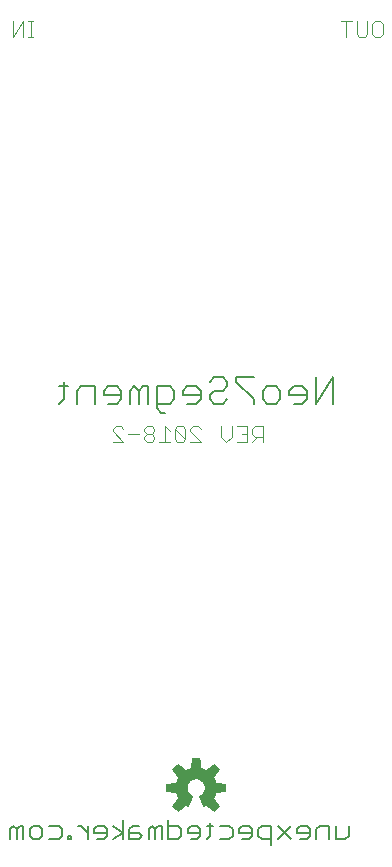
<source format=gbo>
G75*
%MOIN*%
%OFA0B0*%
%FSLAX25Y25*%
%IPPOS*%
%LPD*%
%AMOC8*
5,1,8,0,0,1.08239X$1,22.5*
%
%ADD10C,0.00800*%
%ADD11C,0.00600*%
%ADD12C,0.00400*%
%ADD13C,0.00300*%
D10*
X0095009Y0171564D02*
X0093541Y0173032D01*
X0093541Y0180372D01*
X0097945Y0180372D01*
X0099413Y0178904D01*
X0099413Y0175968D01*
X0097945Y0174500D01*
X0093541Y0174500D01*
X0090573Y0174500D02*
X0090573Y0180372D01*
X0089105Y0180372D01*
X0087637Y0178904D01*
X0086169Y0180372D01*
X0084701Y0178904D01*
X0084701Y0174500D01*
X0081734Y0175968D02*
X0081734Y0178904D01*
X0080266Y0180372D01*
X0077330Y0180372D01*
X0075862Y0178904D01*
X0075862Y0177436D01*
X0081734Y0177436D01*
X0081734Y0175968D02*
X0080266Y0174500D01*
X0077330Y0174500D01*
X0072894Y0174500D02*
X0072894Y0180372D01*
X0068490Y0180372D01*
X0067022Y0178904D01*
X0067022Y0174500D01*
X0062587Y0175968D02*
X0062587Y0181840D01*
X0064054Y0180372D02*
X0061119Y0180372D01*
X0062587Y0175968D02*
X0061119Y0174500D01*
X0087637Y0174500D02*
X0087637Y0178904D01*
X0095009Y0171564D02*
X0096477Y0171564D01*
X0102381Y0177436D02*
X0108252Y0177436D01*
X0108252Y0178904D02*
X0106784Y0180372D01*
X0103848Y0180372D01*
X0102381Y0178904D01*
X0102381Y0177436D01*
X0103848Y0174500D02*
X0106784Y0174500D01*
X0108252Y0175968D01*
X0108252Y0178904D01*
X0111220Y0177436D02*
X0111220Y0175968D01*
X0112688Y0174500D01*
X0115624Y0174500D01*
X0117092Y0175968D01*
X0115624Y0178904D02*
X0112688Y0178904D01*
X0111220Y0177436D01*
X0111220Y0181840D02*
X0112688Y0183308D01*
X0115624Y0183308D01*
X0117092Y0181840D01*
X0117092Y0180372D01*
X0115624Y0178904D01*
X0120060Y0181840D02*
X0120060Y0183308D01*
X0125931Y0183308D01*
X0128899Y0178904D02*
X0130367Y0180372D01*
X0133303Y0180372D01*
X0134771Y0178904D01*
X0134771Y0175968D01*
X0133303Y0174500D01*
X0130367Y0174500D01*
X0128899Y0175968D01*
X0128899Y0178904D01*
X0125931Y0175968D02*
X0125931Y0174500D01*
X0125931Y0175968D02*
X0120060Y0181840D01*
X0137739Y0178904D02*
X0137739Y0177436D01*
X0143610Y0177436D01*
X0143610Y0178904D02*
X0142143Y0180372D01*
X0139207Y0180372D01*
X0137739Y0178904D01*
X0139207Y0174500D02*
X0142143Y0174500D01*
X0143610Y0175968D01*
X0143610Y0178904D01*
X0146578Y0174500D02*
X0146578Y0183308D01*
X0152450Y0183308D02*
X0146578Y0174500D01*
X0152450Y0174500D02*
X0152450Y0183308D01*
D11*
X0044780Y0032603D02*
X0044780Y0029400D01*
X0046916Y0029400D02*
X0046916Y0032603D01*
X0045848Y0033670D01*
X0044780Y0032603D01*
X0046916Y0032603D02*
X0047983Y0033670D01*
X0049051Y0033670D01*
X0049051Y0029400D01*
X0051226Y0030468D02*
X0051226Y0032603D01*
X0052294Y0033670D01*
X0054429Y0033670D01*
X0055496Y0032603D01*
X0055496Y0030468D01*
X0054429Y0029400D01*
X0052294Y0029400D01*
X0051226Y0030468D01*
X0057671Y0029400D02*
X0060874Y0029400D01*
X0061942Y0030468D01*
X0061942Y0032603D01*
X0060874Y0033670D01*
X0057671Y0033670D01*
X0064097Y0030468D02*
X0064097Y0029400D01*
X0065165Y0029400D01*
X0065165Y0030468D01*
X0064097Y0030468D01*
X0067333Y0033670D02*
X0068401Y0033670D01*
X0070536Y0031535D01*
X0070536Y0029400D02*
X0070536Y0033670D01*
X0072711Y0032603D02*
X0072711Y0031535D01*
X0076981Y0031535D01*
X0076981Y0030468D02*
X0076981Y0032603D01*
X0075914Y0033670D01*
X0073779Y0033670D01*
X0072711Y0032603D01*
X0073779Y0029400D02*
X0075914Y0029400D01*
X0076981Y0030468D01*
X0079150Y0029400D02*
X0082353Y0031535D01*
X0079150Y0033670D01*
X0082353Y0035805D02*
X0082353Y0029400D01*
X0084528Y0029400D02*
X0084528Y0032603D01*
X0085595Y0033670D01*
X0087730Y0033670D01*
X0087730Y0031535D02*
X0084528Y0031535D01*
X0084528Y0029400D02*
X0087730Y0029400D01*
X0088798Y0030468D01*
X0087730Y0031535D01*
X0090973Y0032603D02*
X0090973Y0029400D01*
X0093108Y0029400D02*
X0093108Y0032603D01*
X0092041Y0033670D01*
X0090973Y0032603D01*
X0093108Y0032603D02*
X0094176Y0033670D01*
X0095244Y0033670D01*
X0095244Y0029400D01*
X0097419Y0029400D02*
X0100621Y0029400D01*
X0101689Y0030468D01*
X0101689Y0032603D01*
X0100621Y0033670D01*
X0097419Y0033670D01*
X0097419Y0035805D02*
X0097419Y0029400D01*
X0103864Y0031535D02*
X0108135Y0031535D01*
X0108135Y0030468D02*
X0108135Y0032603D01*
X0107067Y0033670D01*
X0104932Y0033670D01*
X0103864Y0032603D01*
X0103864Y0031535D01*
X0104932Y0029400D02*
X0107067Y0029400D01*
X0108135Y0030468D01*
X0110296Y0029400D02*
X0111364Y0030468D01*
X0111364Y0034738D01*
X0112432Y0033670D02*
X0110296Y0033670D01*
X0114607Y0033670D02*
X0117809Y0033670D01*
X0118877Y0032603D01*
X0118877Y0030468D01*
X0117809Y0029400D01*
X0114607Y0029400D01*
X0121052Y0031535D02*
X0125323Y0031535D01*
X0125323Y0030468D02*
X0125323Y0032603D01*
X0124255Y0033670D01*
X0122120Y0033670D01*
X0121052Y0032603D01*
X0121052Y0031535D01*
X0122120Y0029400D02*
X0124255Y0029400D01*
X0125323Y0030468D01*
X0127498Y0030468D02*
X0128565Y0029400D01*
X0131768Y0029400D01*
X0131768Y0027265D02*
X0131768Y0033670D01*
X0128565Y0033670D01*
X0127498Y0032603D01*
X0127498Y0030468D01*
X0133943Y0029400D02*
X0138214Y0033670D01*
X0140389Y0032603D02*
X0140389Y0031535D01*
X0144659Y0031535D01*
X0144659Y0030468D02*
X0144659Y0032603D01*
X0143591Y0033670D01*
X0141456Y0033670D01*
X0140389Y0032603D01*
X0141456Y0029400D02*
X0143591Y0029400D01*
X0144659Y0030468D01*
X0146834Y0029400D02*
X0146834Y0032603D01*
X0147902Y0033670D01*
X0151105Y0033670D01*
X0151105Y0029400D01*
X0153280Y0029400D02*
X0153280Y0033670D01*
X0153280Y0029400D02*
X0156482Y0029400D01*
X0157550Y0030468D01*
X0157550Y0033670D01*
X0138214Y0029400D02*
X0133943Y0033670D01*
D12*
X0128900Y0161800D02*
X0128900Y0167004D01*
X0126298Y0167004D01*
X0125430Y0166137D01*
X0125430Y0164402D01*
X0126298Y0163535D01*
X0128900Y0163535D01*
X0127165Y0163535D02*
X0125430Y0161800D01*
X0123744Y0161800D02*
X0120274Y0161800D01*
X0118587Y0163535D02*
X0116852Y0161800D01*
X0115118Y0163535D01*
X0115118Y0167004D01*
X0118587Y0167004D02*
X0118587Y0163535D01*
X0122009Y0164402D02*
X0123744Y0164402D01*
X0123744Y0167004D02*
X0123744Y0161800D01*
X0123744Y0167004D02*
X0120274Y0167004D01*
X0108274Y0166137D02*
X0107407Y0167004D01*
X0105672Y0167004D01*
X0104805Y0166137D01*
X0104805Y0165270D01*
X0108274Y0161800D01*
X0104805Y0161800D01*
X0103118Y0162667D02*
X0099648Y0166137D01*
X0099648Y0162667D01*
X0100516Y0161800D01*
X0102251Y0161800D01*
X0103118Y0162667D01*
X0103118Y0166137D01*
X0102251Y0167004D01*
X0100516Y0167004D01*
X0099648Y0166137D01*
X0097962Y0165270D02*
X0096227Y0167004D01*
X0096227Y0161800D01*
X0097962Y0161800D02*
X0094492Y0161800D01*
X0092805Y0162667D02*
X0092805Y0163535D01*
X0091938Y0164402D01*
X0090203Y0164402D01*
X0089336Y0163535D01*
X0089336Y0162667D01*
X0090203Y0161800D01*
X0091938Y0161800D01*
X0092805Y0162667D01*
X0091938Y0164402D02*
X0092805Y0165270D01*
X0092805Y0166137D01*
X0091938Y0167004D01*
X0090203Y0167004D01*
X0089336Y0166137D01*
X0089336Y0165270D01*
X0090203Y0164402D01*
X0087649Y0164402D02*
X0084179Y0164402D01*
X0082492Y0166137D02*
X0081625Y0167004D01*
X0079890Y0167004D01*
X0079023Y0166137D01*
X0079023Y0165270D01*
X0082492Y0161800D01*
X0079023Y0161800D01*
X0052494Y0296800D02*
X0050759Y0296800D01*
X0051627Y0296800D02*
X0051627Y0302004D01*
X0052494Y0302004D02*
X0050759Y0302004D01*
X0049056Y0302004D02*
X0049056Y0296800D01*
X0045587Y0296800D02*
X0045587Y0302004D01*
X0049056Y0302004D02*
X0045587Y0296800D01*
X0155118Y0302004D02*
X0158587Y0302004D01*
X0160274Y0302004D02*
X0160274Y0297667D01*
X0161141Y0296800D01*
X0162876Y0296800D01*
X0163744Y0297667D01*
X0163744Y0302004D01*
X0165430Y0301137D02*
X0165430Y0297667D01*
X0166298Y0296800D01*
X0168033Y0296800D01*
X0168900Y0297667D01*
X0168900Y0301137D01*
X0168033Y0302004D01*
X0166298Y0302004D01*
X0165430Y0301137D01*
X0156852Y0302004D02*
X0156852Y0296800D01*
D13*
X0107800Y0056369D02*
X0105400Y0056369D01*
X0105078Y0053193D01*
X0104011Y0052852D01*
X0103014Y0052339D01*
X0100540Y0054356D01*
X0098844Y0052660D01*
X0100861Y0050186D01*
X0100348Y0049189D01*
X0100007Y0048122D01*
X0096831Y0047800D01*
X0096831Y0045400D01*
X0100007Y0045078D01*
X0100348Y0044011D01*
X0100861Y0043014D01*
X0098844Y0040540D01*
X0100540Y0038844D01*
X0103014Y0040861D01*
X0104010Y0040348D01*
X0105423Y0043758D01*
X0104867Y0044059D01*
X0104385Y0044466D01*
X0103996Y0044964D01*
X0103716Y0045530D01*
X0103558Y0046142D01*
X0103529Y0046773D01*
X0103629Y0047396D01*
X0103854Y0047986D01*
X0104195Y0048518D01*
X0104638Y0048969D01*
X0105163Y0049320D01*
X0105749Y0049556D01*
X0106370Y0049667D01*
X0107002Y0049650D01*
X0107616Y0049503D01*
X0108188Y0049235D01*
X0108692Y0048855D01*
X0109109Y0048380D01*
X0109419Y0047830D01*
X0109611Y0047228D01*
X0109676Y0046600D01*
X0109617Y0046000D01*
X0109442Y0045423D01*
X0109158Y0044891D01*
X0108775Y0044425D01*
X0108309Y0044042D01*
X0107777Y0043758D01*
X0109190Y0040348D01*
X0110186Y0040861D01*
X0112660Y0038844D01*
X0114356Y0040540D01*
X0112339Y0043014D01*
X0112852Y0044011D01*
X0113193Y0045078D01*
X0116369Y0045400D01*
X0116369Y0047800D01*
X0113193Y0048122D01*
X0112852Y0049189D01*
X0112339Y0050186D01*
X0114356Y0052660D01*
X0112660Y0054356D01*
X0110186Y0052339D01*
X0109189Y0052852D01*
X0108122Y0053193D01*
X0107800Y0056369D01*
X0107806Y0056304D02*
X0105394Y0056304D01*
X0105363Y0056005D02*
X0107837Y0056005D01*
X0107867Y0055707D02*
X0105333Y0055707D01*
X0105303Y0055408D02*
X0107897Y0055408D01*
X0107927Y0055110D02*
X0105273Y0055110D01*
X0105242Y0054811D02*
X0107958Y0054811D01*
X0107988Y0054513D02*
X0105212Y0054513D01*
X0105182Y0054214D02*
X0108018Y0054214D01*
X0108049Y0053916D02*
X0105151Y0053916D01*
X0105121Y0053617D02*
X0108079Y0053617D01*
X0108109Y0053319D02*
X0105091Y0053319D01*
X0104537Y0053020D02*
X0108663Y0053020D01*
X0109442Y0052722D02*
X0103758Y0052722D01*
X0103178Y0052423D02*
X0110022Y0052423D01*
X0110290Y0052423D02*
X0114163Y0052423D01*
X0114294Y0052722D02*
X0110656Y0052722D01*
X0111022Y0053020D02*
X0113996Y0053020D01*
X0113697Y0053319D02*
X0111388Y0053319D01*
X0111754Y0053617D02*
X0113399Y0053617D01*
X0113100Y0053916D02*
X0112120Y0053916D01*
X0112486Y0054214D02*
X0112802Y0054214D01*
X0113920Y0052125D02*
X0099280Y0052125D01*
X0099037Y0052423D02*
X0102910Y0052423D01*
X0102544Y0052722D02*
X0098906Y0052722D01*
X0099204Y0053020D02*
X0102178Y0053020D01*
X0101812Y0053319D02*
X0099503Y0053319D01*
X0099801Y0053617D02*
X0101446Y0053617D01*
X0101080Y0053916D02*
X0100100Y0053916D01*
X0100398Y0054214D02*
X0100714Y0054214D01*
X0099524Y0051826D02*
X0113676Y0051826D01*
X0113433Y0051528D02*
X0099767Y0051528D01*
X0100011Y0051229D02*
X0113189Y0051229D01*
X0112946Y0050931D02*
X0100254Y0050931D01*
X0100498Y0050632D02*
X0112702Y0050632D01*
X0112459Y0050334D02*
X0100741Y0050334D01*
X0100784Y0050035D02*
X0112416Y0050035D01*
X0112570Y0049737D02*
X0100630Y0049737D01*
X0100476Y0049438D02*
X0105457Y0049438D01*
X0104894Y0049140D02*
X0100332Y0049140D01*
X0100237Y0048841D02*
X0104512Y0048841D01*
X0104219Y0048543D02*
X0100141Y0048543D01*
X0100046Y0048244D02*
X0104020Y0048244D01*
X0103839Y0047945D02*
X0098268Y0047945D01*
X0096831Y0047647D02*
X0103725Y0047647D01*
X0103621Y0047348D02*
X0096831Y0047348D01*
X0096831Y0047050D02*
X0103573Y0047050D01*
X0103530Y0046751D02*
X0096831Y0046751D01*
X0096831Y0046453D02*
X0103544Y0046453D01*
X0103558Y0046154D02*
X0096831Y0046154D01*
X0096831Y0045856D02*
X0103632Y0045856D01*
X0103709Y0045557D02*
X0096831Y0045557D01*
X0098224Y0045259D02*
X0103850Y0045259D01*
X0103998Y0044960D02*
X0100044Y0044960D01*
X0100140Y0044662D02*
X0104232Y0044662D01*
X0104506Y0044363D02*
X0100235Y0044363D01*
X0100331Y0044065D02*
X0104860Y0044065D01*
X0105408Y0043766D02*
X0100474Y0043766D01*
X0100628Y0043468D02*
X0105303Y0043468D01*
X0105179Y0043169D02*
X0100782Y0043169D01*
X0100745Y0042871D02*
X0105055Y0042871D01*
X0104932Y0042572D02*
X0100501Y0042572D01*
X0100258Y0042274D02*
X0104808Y0042274D01*
X0104684Y0041975D02*
X0100014Y0041975D01*
X0099771Y0041677D02*
X0104561Y0041677D01*
X0104437Y0041378D02*
X0099527Y0041378D01*
X0099284Y0041080D02*
X0104313Y0041080D01*
X0104190Y0040781D02*
X0103170Y0040781D01*
X0102916Y0040781D02*
X0099041Y0040781D01*
X0098902Y0040483D02*
X0102550Y0040483D01*
X0102184Y0040184D02*
X0099200Y0040184D01*
X0099499Y0039886D02*
X0101818Y0039886D01*
X0101451Y0039587D02*
X0099797Y0039587D01*
X0100096Y0039289D02*
X0101085Y0039289D01*
X0100719Y0038990D02*
X0100394Y0038990D01*
X0103749Y0040483D02*
X0104066Y0040483D01*
X0108392Y0042274D02*
X0112942Y0042274D01*
X0112699Y0042572D02*
X0108268Y0042572D01*
X0108145Y0042871D02*
X0112455Y0042871D01*
X0112418Y0043169D02*
X0108021Y0043169D01*
X0107897Y0043468D02*
X0112572Y0043468D01*
X0112726Y0043766D02*
X0107792Y0043766D01*
X0108336Y0044065D02*
X0112869Y0044065D01*
X0112965Y0044363D02*
X0108700Y0044363D01*
X0108970Y0044662D02*
X0113060Y0044662D01*
X0113156Y0044960D02*
X0109195Y0044960D01*
X0109354Y0045259D02*
X0114976Y0045259D01*
X0116369Y0045557D02*
X0109483Y0045557D01*
X0109573Y0045856D02*
X0116369Y0045856D01*
X0116369Y0046154D02*
X0109632Y0046154D01*
X0109662Y0046453D02*
X0116369Y0046453D01*
X0116369Y0046751D02*
X0109660Y0046751D01*
X0109630Y0047050D02*
X0116369Y0047050D01*
X0116369Y0047348D02*
X0109573Y0047348D01*
X0109478Y0047647D02*
X0116369Y0047647D01*
X0114932Y0047945D02*
X0109354Y0047945D01*
X0109185Y0048244D02*
X0113154Y0048244D01*
X0113059Y0048543D02*
X0108966Y0048543D01*
X0108704Y0048841D02*
X0112963Y0048841D01*
X0112868Y0049140D02*
X0108314Y0049140D01*
X0107755Y0049438D02*
X0112724Y0049438D01*
X0113186Y0041975D02*
X0108516Y0041975D01*
X0108639Y0041677D02*
X0113429Y0041677D01*
X0113673Y0041378D02*
X0108763Y0041378D01*
X0108887Y0041080D02*
X0113916Y0041080D01*
X0114159Y0040781D02*
X0110284Y0040781D01*
X0110030Y0040781D02*
X0109010Y0040781D01*
X0109134Y0040483D02*
X0109451Y0040483D01*
X0110650Y0040483D02*
X0114298Y0040483D01*
X0114000Y0040184D02*
X0111016Y0040184D01*
X0111382Y0039886D02*
X0113701Y0039886D01*
X0113403Y0039587D02*
X0111749Y0039587D01*
X0112115Y0039289D02*
X0113104Y0039289D01*
X0112806Y0038990D02*
X0112481Y0038990D01*
M02*

</source>
